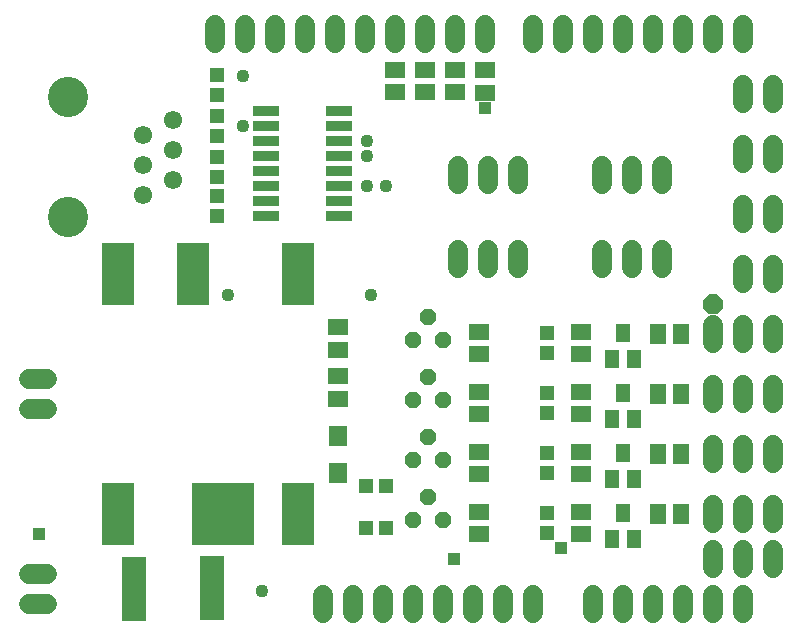
<source format=gts>
G75*
%MOIN*%
%OFA0B0*%
%FSLAX24Y24*%
%IPPOS*%
%LPD*%
%AMOC8*
5,1,8,0,0,1.08239X$1,22.5*
%
%ADD10C,0.0660*%
%ADD11R,0.0454X0.0493*%
%ADD12R,0.0493X0.0454*%
%ADD13R,0.0454X0.0611*%
%ADD14R,0.0847X0.2147*%
%ADD15R,0.0860X0.0320*%
%ADD16C,0.0611*%
%ADD17C,0.1340*%
%ADD18R,0.0572X0.0690*%
%ADD19R,0.0651X0.0572*%
%ADD20R,0.1060X0.2060*%
%ADD21R,0.2060X0.2060*%
%ADD22R,0.0690X0.0572*%
%ADD23R,0.0611X0.0690*%
%ADD24OC8,0.0540*%
%ADD25OC8,0.0660*%
%ADD26C,0.0436*%
%ADD27R,0.0436X0.0436*%
D10*
X001914Y001450D02*
X002514Y001450D01*
X002514Y002450D02*
X001914Y002450D01*
X001914Y007950D02*
X002514Y007950D01*
X002514Y008950D02*
X001914Y008950D01*
X011714Y001750D02*
X011714Y001150D01*
X012714Y001150D02*
X012714Y001750D01*
X013714Y001750D02*
X013714Y001150D01*
X014714Y001150D02*
X014714Y001750D01*
X015714Y001750D02*
X015714Y001150D01*
X016714Y001150D02*
X016714Y001750D01*
X017714Y001750D02*
X017714Y001150D01*
X018714Y001150D02*
X018714Y001750D01*
X020714Y001750D02*
X020714Y001150D01*
X021714Y001150D02*
X021714Y001750D01*
X022714Y001750D02*
X022714Y001150D01*
X023714Y001150D02*
X023714Y001750D01*
X024714Y001750D02*
X024714Y001150D01*
X025714Y001150D02*
X025714Y001750D01*
X025714Y002650D02*
X025714Y003250D01*
X025714Y004150D02*
X025714Y004750D01*
X026714Y004750D02*
X026714Y004150D01*
X026714Y003250D02*
X026714Y002650D01*
X024714Y002650D02*
X024714Y003250D01*
X024714Y004150D02*
X024714Y004750D01*
X024714Y006150D02*
X024714Y006750D01*
X025714Y006750D02*
X025714Y006150D01*
X026714Y006150D02*
X026714Y006750D01*
X026714Y008150D02*
X026714Y008750D01*
X025714Y008750D02*
X025714Y008150D01*
X024714Y008150D02*
X024714Y008750D01*
X024714Y010150D02*
X024714Y010750D01*
X025714Y010750D02*
X025714Y010150D01*
X026714Y010150D02*
X026714Y010750D01*
X026714Y012150D02*
X026714Y012750D01*
X025714Y012750D02*
X025714Y012150D01*
X025714Y014150D02*
X025714Y014750D01*
X026714Y014750D02*
X026714Y014150D01*
X026714Y016150D02*
X026714Y016750D01*
X025714Y016750D02*
X025714Y016150D01*
X025714Y018150D02*
X025714Y018750D01*
X026714Y018750D02*
X026714Y018150D01*
X025714Y020150D02*
X025714Y020750D01*
X024714Y020750D02*
X024714Y020150D01*
X023714Y020150D02*
X023714Y020750D01*
X022714Y020750D02*
X022714Y020150D01*
X021714Y020150D02*
X021714Y020750D01*
X020714Y020750D02*
X020714Y020150D01*
X019714Y020150D02*
X019714Y020750D01*
X018714Y020750D02*
X018714Y020150D01*
X017114Y020150D02*
X017114Y020750D01*
X016114Y020750D02*
X016114Y020150D01*
X015114Y020150D02*
X015114Y020750D01*
X014114Y020750D02*
X014114Y020150D01*
X013114Y020150D02*
X013114Y020750D01*
X012114Y020750D02*
X012114Y020150D01*
X011114Y020150D02*
X011114Y020750D01*
X010114Y020750D02*
X010114Y020150D01*
X009114Y020150D02*
X009114Y020750D01*
X008114Y020750D02*
X008114Y020150D01*
X016214Y016050D02*
X016214Y015450D01*
X017214Y015450D02*
X017214Y016050D01*
X018214Y016050D02*
X018214Y015450D01*
X021014Y015450D02*
X021014Y016050D01*
X022014Y016050D02*
X022014Y015450D01*
X023014Y015450D02*
X023014Y016050D01*
X023014Y013250D02*
X023014Y012650D01*
X022014Y012650D02*
X022014Y013250D01*
X021014Y013250D02*
X021014Y012650D01*
X018214Y012650D02*
X018214Y013250D01*
X017214Y013250D02*
X017214Y012650D01*
X016214Y012650D02*
X016214Y013250D01*
D11*
X019164Y010485D03*
X019164Y009815D03*
X019164Y008485D03*
X019164Y007815D03*
X019164Y006485D03*
X019164Y005815D03*
X019164Y004485D03*
X019164Y003815D03*
X008184Y014365D03*
X008184Y015035D03*
X008174Y015665D03*
X008174Y016335D03*
X008174Y017035D03*
X008174Y017705D03*
X008174Y018425D03*
X008174Y019095D03*
D12*
X013159Y005370D03*
X013828Y005370D03*
X013828Y003990D03*
X013159Y003990D03*
D13*
X021340Y003617D03*
X022088Y003617D03*
X021714Y004483D03*
X022088Y005617D03*
X021340Y005617D03*
X021714Y006483D03*
X022088Y007617D03*
X021340Y007617D03*
X021714Y008483D03*
X022088Y009617D03*
X021340Y009617D03*
X021714Y010483D03*
D14*
X008013Y001989D03*
X005415Y001950D03*
D15*
X009824Y014370D03*
X009824Y014870D03*
X009824Y015370D03*
X009824Y015870D03*
X009824Y016370D03*
X009824Y016870D03*
X009824Y017370D03*
X009824Y017870D03*
X012244Y017870D03*
X012244Y017370D03*
X012244Y016870D03*
X012244Y016370D03*
X012244Y015870D03*
X012244Y015370D03*
X012244Y014870D03*
X012244Y014370D03*
D16*
X006704Y015580D03*
X005704Y015080D03*
X005704Y016080D03*
X006704Y016580D03*
X005704Y017080D03*
X006704Y017580D03*
D17*
X003204Y018330D03*
X003204Y014330D03*
D18*
X022890Y010450D03*
X023638Y010450D03*
X023638Y008450D03*
X022890Y008450D03*
X022890Y006450D03*
X023638Y006450D03*
X023638Y004450D03*
X022890Y004450D03*
D19*
X017114Y018486D03*
X017114Y019234D03*
X016114Y019254D03*
X016114Y018506D03*
X015114Y018506D03*
X015114Y019254D03*
X014114Y019254D03*
X014114Y018506D03*
D20*
X010874Y012430D03*
X007374Y012430D03*
X004874Y012430D03*
X004874Y004430D03*
X010874Y004430D03*
D21*
X008374Y004430D03*
D22*
X012214Y008286D03*
X012214Y009034D03*
X012214Y009926D03*
X012214Y010674D03*
X016914Y010524D03*
X016914Y009776D03*
X016914Y008524D03*
X016914Y007776D03*
X016914Y006524D03*
X016914Y005776D03*
X016914Y004524D03*
X016914Y003776D03*
X020314Y003776D03*
X020314Y004524D03*
X020314Y005776D03*
X020314Y006524D03*
X020314Y007776D03*
X020314Y008524D03*
X020314Y009776D03*
X020314Y010524D03*
D23*
X012224Y007060D03*
X012224Y005820D03*
D24*
X014714Y006250D03*
X015214Y007000D03*
X015714Y006250D03*
X015214Y005000D03*
X015714Y004250D03*
X014714Y004250D03*
X014714Y008250D03*
X015214Y009000D03*
X015714Y008250D03*
X015714Y010250D03*
X015214Y011000D03*
X014714Y010250D03*
D25*
X024714Y011450D03*
D26*
X013814Y015370D03*
X013174Y015370D03*
X013194Y016370D03*
X013194Y016870D03*
X009034Y017370D03*
X009034Y019030D03*
X008554Y011750D03*
X013304Y011750D03*
X009664Y001890D03*
D27*
X016094Y002950D03*
X019654Y003320D03*
X002244Y003790D03*
X017124Y017980D03*
M02*

</source>
